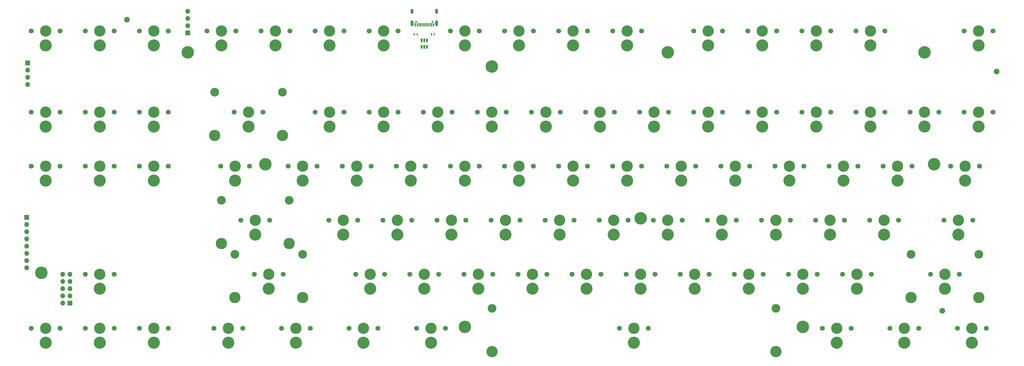
<source format=gbs>
%TF.GenerationSoftware,KiCad,Pcbnew,(7.0.0)*%
%TF.CreationDate,2023-06-19T20:50:28+08:00*%
%TF.ProjectId,87keyboard,38376b65-7962-46f6-9172-642e6b696361,rev?*%
%TF.SameCoordinates,Original*%
%TF.FileFunction,Soldermask,Bot*%
%TF.FilePolarity,Negative*%
%FSLAX46Y46*%
G04 Gerber Fmt 4.6, Leading zero omitted, Abs format (unit mm)*
G04 Created by KiCad (PCBNEW (7.0.0)) date 2023-06-19 20:50:28*
%MOMM*%
%LPD*%
G01*
G04 APERTURE LIST*
G04 Aperture macros list*
%AMRoundRect*
0 Rectangle with rounded corners*
0 $1 Rounding radius*
0 $2 $3 $4 $5 $6 $7 $8 $9 X,Y pos of 4 corners*
0 Add a 4 corners polygon primitive as box body*
4,1,4,$2,$3,$4,$5,$6,$7,$8,$9,$2,$3,0*
0 Add four circle primitives for the rounded corners*
1,1,$1+$1,$2,$3*
1,1,$1+$1,$4,$5*
1,1,$1+$1,$6,$7*
1,1,$1+$1,$8,$9*
0 Add four rect primitives between the rounded corners*
20,1,$1+$1,$2,$3,$4,$5,0*
20,1,$1+$1,$4,$5,$6,$7,0*
20,1,$1+$1,$6,$7,$8,$9,0*
20,1,$1+$1,$8,$9,$2,$3,0*%
G04 Aperture macros list end*
%ADD10C,4.400000*%
%ADD11R,1.700000X1.700000*%
%ADD12O,1.700000X1.700000*%
%ADD13C,1.750000*%
%ADD14C,4.250000*%
%ADD15C,3.987800*%
%ADD16C,2.000000*%
%ADD17RoundRect,0.135000X-0.135000X-0.185000X0.135000X-0.185000X0.135000X0.185000X-0.135000X0.185000X0*%
%ADD18C,0.650000*%
%ADD19R,0.600000X1.150000*%
%ADD20R,0.300000X1.150000*%
%ADD21O,1.000000X1.800000*%
%ADD22O,1.000000X2.100000*%
%ADD23C,3.048000*%
%ADD24RoundRect,0.150000X0.150000X-0.512500X0.150000X0.512500X-0.150000X0.512500X-0.150000X-0.512500X0*%
%ADD25RoundRect,0.135000X0.135000X0.185000X-0.135000X0.185000X-0.135000X-0.185000X0.135000X-0.185000X0*%
G04 APERTURE END LIST*
D10*
%TO.C,H4*%
X169227500Y-125840000D03*
%TD*%
%TO.C,H5*%
X288290000Y-125840000D03*
%TD*%
%TO.C,H1*%
X334527500Y-68540000D03*
%TD*%
%TO.C,H7*%
X331152500Y-29115000D03*
%TD*%
%TO.C,H8*%
X240665000Y-29115000D03*
%TD*%
D11*
%TO.C,J4*%
X71596249Y-22214999D03*
D12*
X71596249Y-19674999D03*
X71596249Y-17134999D03*
X71596249Y-14594999D03*
%TD*%
D10*
%TO.C,H9*%
X71596250Y-29115000D03*
%TD*%
%TO.C,H6*%
X20065000Y-106840000D03*
%TD*%
%TO.C,H3*%
X231140000Y-87640000D03*
%TD*%
%TO.C,H10*%
X178752500Y-34115000D03*
%TD*%
%TO.C,H2*%
X98927500Y-68540000D03*
%TD*%
D11*
%TO.C,J2*%
X15239999Y-32861249D03*
D12*
X15239999Y-35401249D03*
X15239999Y-37941249D03*
X15239999Y-40481249D03*
%TD*%
D11*
%TO.C,J3*%
X14922499Y-87312499D03*
D12*
X14922499Y-89852499D03*
X14922499Y-92392499D03*
X14922499Y-94932499D03*
X14922499Y-97472499D03*
X14922499Y-100012499D03*
X14922499Y-102552499D03*
X14922499Y-105092499D03*
%TD*%
D11*
%TO.C,X1*%
X30162499Y-117474999D03*
D12*
X27622499Y-117474999D03*
X30162499Y-114934999D03*
X27622499Y-114934999D03*
X30162499Y-112394999D03*
X27622499Y-112394999D03*
X30162499Y-109854999D03*
X27622499Y-109854999D03*
X30162499Y-107314999D03*
X27622499Y-107314999D03*
%TD*%
D13*
%TO.C,MX66*%
X107632500Y-21590000D03*
D14*
X102552500Y-26670000D03*
D15*
X102552500Y-21590000D03*
D13*
X97472500Y-21590000D03*
%TD*%
%TO.C,MX3*%
X350520000Y-69215000D03*
D14*
X345440000Y-74295000D03*
D15*
X345440000Y-69215000D03*
D13*
X340360000Y-69215000D03*
%TD*%
%TO.C,MX79*%
X45720000Y-21590000D03*
D14*
X40640000Y-26670000D03*
D15*
X40640000Y-21590000D03*
D13*
X35560000Y-21590000D03*
%TD*%
%TO.C,MX63*%
X131445000Y-88265000D03*
D14*
X126365000Y-93345000D03*
D15*
X126365000Y-88265000D03*
D13*
X121285000Y-88265000D03*
%TD*%
%TO.C,MX8*%
X326707500Y-69215000D03*
D14*
X321627500Y-74295000D03*
D15*
X321627500Y-69215000D03*
D13*
X316547500Y-69215000D03*
%TD*%
%TO.C,MX68*%
X117157500Y-69215000D03*
D14*
X112077500Y-74295000D03*
D15*
X112077500Y-69215000D03*
D13*
X106997500Y-69215000D03*
%TD*%
%TO.C,MX84*%
X26670000Y-21590000D03*
D14*
X21590000Y-26670000D03*
D15*
X21590000Y-21590000D03*
D13*
X16510000Y-21590000D03*
%TD*%
D16*
%TO.C,FID5*%
X356552500Y-35877500D03*
%TD*%
D13*
%TO.C,MX19*%
X288607500Y-69215000D03*
D14*
X283527500Y-74295000D03*
D15*
X283527500Y-69215000D03*
D13*
X278447500Y-69215000D03*
%TD*%
D17*
%TO.C,R1*%
X151412807Y-22748528D03*
X152432807Y-22748528D03*
%TD*%
D13*
%TO.C,MX4*%
X348138750Y-88265000D03*
D14*
X343058750Y-93345000D03*
D15*
X343058750Y-88265000D03*
D13*
X337978750Y-88265000D03*
%TD*%
%TO.C,MX45*%
X193357500Y-69215000D03*
D14*
X188277500Y-74295000D03*
D15*
X188277500Y-69215000D03*
D13*
X183197500Y-69215000D03*
%TD*%
%TO.C,MX27*%
X260032500Y-21590000D03*
D14*
X254952500Y-26670000D03*
D15*
X254952500Y-21590000D03*
D13*
X249872500Y-21590000D03*
%TD*%
%TO.C,MX75*%
X64770000Y-21590000D03*
D14*
X59690000Y-26670000D03*
D15*
X59690000Y-21590000D03*
D13*
X54610000Y-21590000D03*
%TD*%
%TO.C,MX33*%
X231457500Y-21590000D03*
D14*
X226377500Y-26670000D03*
D15*
X226377500Y-21590000D03*
D13*
X221297500Y-21590000D03*
%TD*%
%TO.C,MX23*%
X279082500Y-50165000D03*
D14*
X274002500Y-55245000D03*
D15*
X274002500Y-50165000D03*
D13*
X268922500Y-50165000D03*
%TD*%
%TO.C,MX52*%
X179070000Y-107315000D03*
D14*
X173990000Y-112395000D03*
D15*
X173990000Y-107315000D03*
D13*
X168910000Y-107315000D03*
%TD*%
%TO.C,MX30*%
X245745000Y-88265000D03*
D14*
X240665000Y-93345000D03*
D15*
X240665000Y-88265000D03*
D13*
X235585000Y-88265000D03*
%TD*%
%TO.C,MX42*%
X217170000Y-107315000D03*
D14*
X212090000Y-112395000D03*
D15*
X212090000Y-107315000D03*
D13*
X207010000Y-107315000D03*
%TD*%
D18*
%TO.C,J1*%
X152049998Y-18321250D03*
X157829998Y-18321250D03*
D19*
X151739997Y-19396249D03*
X152539997Y-19396249D03*
D20*
X153689997Y-19396249D03*
X154689997Y-19396249D03*
X155189997Y-19396249D03*
X156189997Y-19396249D03*
D19*
X157339997Y-19396249D03*
X158139997Y-19396249D03*
X158139997Y-19396249D03*
X157339997Y-19396249D03*
D20*
X156689997Y-19396249D03*
X155689997Y-19396249D03*
X154189997Y-19396249D03*
X153189997Y-19396249D03*
D19*
X152539997Y-19396249D03*
X151739997Y-19396249D03*
D21*
X150619997Y-14641249D03*
D22*
X150619997Y-18821249D03*
D21*
X159259997Y-14641249D03*
D22*
X159259997Y-18821249D03*
%TD*%
D13*
%TO.C,MX16*%
X305276250Y-126365000D03*
D14*
X300196250Y-131445000D03*
D15*
X300196250Y-126365000D03*
D13*
X295116250Y-126365000D03*
%TD*%
%TO.C,MX64*%
X140970000Y-107315000D03*
D14*
X135890000Y-112395000D03*
D15*
X135890000Y-107315000D03*
D13*
X130810000Y-107315000D03*
%TD*%
%TO.C,MX87*%
X26670000Y-126365000D03*
D14*
X21590000Y-131445000D03*
D15*
X21590000Y-126365000D03*
D13*
X16510000Y-126365000D03*
%TD*%
%TO.C,MX44*%
X202882500Y-50165000D03*
D14*
X197802500Y-55245000D03*
D15*
X197802500Y-50165000D03*
D13*
X192722500Y-50165000D03*
%TD*%
%TO.C,MX38*%
X212407500Y-21590000D03*
D14*
X207327500Y-26670000D03*
D15*
X207327500Y-21590000D03*
D13*
X202247500Y-21590000D03*
%TD*%
%TO.C,MX35*%
X231457500Y-69215000D03*
D14*
X226377500Y-74295000D03*
D15*
X226377500Y-69215000D03*
D13*
X221297500Y-69215000D03*
%TD*%
%TO.C,MX14*%
X302895000Y-88265000D03*
D14*
X297815000Y-93345000D03*
D15*
X297815000Y-88265000D03*
D13*
X292735000Y-88265000D03*
%TD*%
%TO.C,MX82*%
X45720000Y-107315000D03*
D14*
X40640000Y-112395000D03*
D15*
X40640000Y-107315000D03*
D13*
X35560000Y-107315000D03*
%TD*%
D15*
%TO.C,MX5*%
X350234250Y-115570000D03*
D23*
X350234250Y-100330000D03*
D13*
X343376250Y-107315000D03*
D14*
X338296250Y-112395000D03*
D15*
X338296250Y-107315000D03*
D13*
X333216250Y-107315000D03*
D15*
X326358250Y-115570000D03*
D23*
X326358250Y-100330000D03*
%TD*%
D13*
%TO.C,MX26*%
X274320000Y-107315000D03*
D14*
X269240000Y-112395000D03*
D15*
X269240000Y-107315000D03*
D13*
X264160000Y-107315000D03*
%TD*%
%TO.C,MX80*%
X45720000Y-50165000D03*
D14*
X40640000Y-55245000D03*
D15*
X40640000Y-50165000D03*
D13*
X35560000Y-50165000D03*
%TD*%
%TO.C,MX59*%
X138588750Y-126365000D03*
D14*
X133508750Y-131445000D03*
D15*
X133508750Y-126365000D03*
D13*
X128428750Y-126365000D03*
%TD*%
%TO.C,MX48*%
X174307500Y-21590000D03*
D14*
X169227500Y-26670000D03*
D15*
X169227500Y-21590000D03*
D13*
X164147500Y-21590000D03*
%TD*%
%TO.C,MX46*%
X188595000Y-88265000D03*
D14*
X183515000Y-93345000D03*
D15*
X183515000Y-88265000D03*
D13*
X178435000Y-88265000D03*
%TD*%
%TO.C,MX71*%
X93345000Y-69215000D03*
D14*
X88265000Y-74295000D03*
D15*
X88265000Y-69215000D03*
D13*
X83185000Y-69215000D03*
%TD*%
%TO.C,MX22*%
X279082500Y-21590000D03*
D14*
X274002500Y-26670000D03*
D15*
X274002500Y-21590000D03*
D13*
X268922500Y-21590000D03*
%TD*%
%TO.C,MX39*%
X221932500Y-50165000D03*
D14*
X216852500Y-55245000D03*
D15*
X216852500Y-50165000D03*
D13*
X211772500Y-50165000D03*
%TD*%
D24*
%TO.C,U2*%
X155890000Y-27172500D03*
X154940000Y-27172500D03*
X153990000Y-27172500D03*
X153990000Y-24897500D03*
X154940000Y-24897500D03*
X155890000Y-24897500D03*
%TD*%
D13*
%TO.C,MX11*%
X317182500Y-21590000D03*
D14*
X312102500Y-26670000D03*
D15*
X312102500Y-21590000D03*
D13*
X307022500Y-21590000D03*
%TD*%
%TO.C,MX25*%
X264795000Y-88265000D03*
D14*
X259715000Y-93345000D03*
D15*
X259715000Y-88265000D03*
D13*
X254635000Y-88265000D03*
%TD*%
%TO.C,MX6*%
X352901250Y-126365000D03*
D14*
X347821250Y-131445000D03*
D15*
X347821250Y-126365000D03*
D13*
X342741250Y-126365000D03*
%TD*%
%TO.C,MX31*%
X255270000Y-107315000D03*
D14*
X250190000Y-112395000D03*
D15*
X250190000Y-107315000D03*
D13*
X245110000Y-107315000D03*
%TD*%
%TO.C,MX37*%
X236220000Y-107315000D03*
D14*
X231140000Y-112395000D03*
D15*
X231140000Y-107315000D03*
D13*
X226060000Y-107315000D03*
%TD*%
%TO.C,MX40*%
X212407500Y-69215000D03*
D14*
X207327500Y-74295000D03*
D15*
X207327500Y-69215000D03*
D13*
X202247500Y-69215000D03*
%TD*%
%TO.C,MX9*%
X321945000Y-88265000D03*
D14*
X316865000Y-93345000D03*
D15*
X316865000Y-88265000D03*
D13*
X311785000Y-88265000D03*
%TD*%
D16*
%TO.C,FID4*%
X50165000Y-17621250D03*
%TD*%
D13*
%TO.C,MX81*%
X45720000Y-69215000D03*
D14*
X40640000Y-74295000D03*
D15*
X40640000Y-69215000D03*
D13*
X35560000Y-69215000D03*
%TD*%
D15*
%TO.C,MX72*%
X107346750Y-96513050D03*
D23*
X107346750Y-81273050D03*
D13*
X100488750Y-88258050D03*
D14*
X95408750Y-93338050D03*
D15*
X95408750Y-88258050D03*
D13*
X90328750Y-88258050D03*
D15*
X83470750Y-96513050D03*
D23*
X83470750Y-81273050D03*
%TD*%
D13*
%TO.C,MX13*%
X307657500Y-69215000D03*
D14*
X302577500Y-74295000D03*
D15*
X302577500Y-69215000D03*
D13*
X297497500Y-69215000D03*
%TD*%
%TO.C,MX60*%
X126682500Y-21590000D03*
D14*
X121602500Y-26670000D03*
D15*
X121602500Y-21590000D03*
D13*
X116522500Y-21590000D03*
%TD*%
%TO.C,MX77*%
X64770000Y-69215000D03*
D14*
X59690000Y-74295000D03*
D15*
X59690000Y-69215000D03*
D13*
X54610000Y-69215000D03*
%TD*%
%TO.C,MX58*%
X160020000Y-107315000D03*
D14*
X154940000Y-112395000D03*
D15*
X154940000Y-107315000D03*
D13*
X149860000Y-107315000D03*
%TD*%
%TO.C,MX56*%
X155257500Y-69215000D03*
D14*
X150177500Y-74295000D03*
D15*
X150177500Y-69215000D03*
D13*
X145097500Y-69215000D03*
%TD*%
%TO.C,MX36*%
X226695000Y-88265000D03*
D14*
X221615000Y-93345000D03*
D15*
X221615000Y-88265000D03*
D13*
X216535000Y-88265000D03*
%TD*%
D15*
%TO.C,MX73*%
X112109250Y-115570000D03*
D23*
X112109250Y-100330000D03*
D13*
X105251250Y-107315000D03*
D14*
X100171250Y-112395000D03*
D15*
X100171250Y-107315000D03*
D13*
X95091250Y-107315000D03*
D15*
X88233250Y-115570000D03*
D23*
X88233250Y-100330000D03*
%TD*%
D13*
%TO.C,MX54*%
X145732500Y-21590000D03*
D14*
X140652500Y-26670000D03*
D15*
X140652500Y-21590000D03*
D13*
X135572500Y-21590000D03*
%TD*%
%TO.C,MX74*%
X90963750Y-126365000D03*
D14*
X85883750Y-131445000D03*
D15*
X85883750Y-126365000D03*
D13*
X80803750Y-126365000D03*
%TD*%
%TO.C,MX2*%
X355282500Y-50165000D03*
D14*
X350202500Y-55245000D03*
D15*
X350202500Y-50165000D03*
D13*
X345122500Y-50165000D03*
%TD*%
D25*
%TO.C,R2*%
X158484107Y-22758784D03*
X157464107Y-22758784D03*
%TD*%
D13*
%TO.C,MX49*%
X183832500Y-50165000D03*
D14*
X178752500Y-55245000D03*
D15*
X178752500Y-50165000D03*
D13*
X173672500Y-50165000D03*
%TD*%
%TO.C,MX10*%
X329088750Y-126365000D03*
D14*
X324008750Y-131445000D03*
D15*
X324008750Y-126365000D03*
D13*
X318928750Y-126365000D03*
%TD*%
%TO.C,MX34*%
X240982500Y-50165000D03*
D14*
X235902500Y-55245000D03*
D15*
X235902500Y-50165000D03*
D13*
X230822500Y-50165000D03*
%TD*%
%TO.C,MX85*%
X26670000Y-50165000D03*
D14*
X21590000Y-55245000D03*
D15*
X21590000Y-50165000D03*
D13*
X16510000Y-50165000D03*
%TD*%
D15*
%TO.C,MX32*%
X278758650Y-134613050D03*
D23*
X278758650Y-119373050D03*
D13*
X233838750Y-126358050D03*
D14*
X228758750Y-131438050D03*
D15*
X228758750Y-126358050D03*
D13*
X223678750Y-126358050D03*
D15*
X178758850Y-134613050D03*
D23*
X178758850Y-119373050D03*
%TD*%
D13*
%TO.C,MX43*%
X193357500Y-21590000D03*
D14*
X188277500Y-26670000D03*
D15*
X188277500Y-21590000D03*
D13*
X183197500Y-21590000D03*
%TD*%
%TO.C,MX21*%
X293370000Y-107315000D03*
D14*
X288290000Y-112395000D03*
D15*
X288290000Y-107315000D03*
D13*
X283210000Y-107315000D03*
%TD*%
%TO.C,MX15*%
X312420000Y-107315000D03*
D14*
X307340000Y-112395000D03*
D15*
X307340000Y-107315000D03*
D13*
X302260000Y-107315000D03*
%TD*%
%TO.C,MX18*%
X298132500Y-50165000D03*
D14*
X293052500Y-55245000D03*
D15*
X293052500Y-50165000D03*
D13*
X287972500Y-50165000D03*
%TD*%
%TO.C,MX17*%
X298132500Y-21590000D03*
D14*
X293052500Y-26670000D03*
D15*
X293052500Y-21590000D03*
D13*
X287972500Y-21590000D03*
%TD*%
%TO.C,MX41*%
X207645000Y-88265000D03*
D14*
X202565000Y-93345000D03*
D15*
X202565000Y-88265000D03*
D13*
X197485000Y-88265000D03*
%TD*%
%TO.C,MX69*%
X88582500Y-21590000D03*
D14*
X83502500Y-26670000D03*
D15*
X83502500Y-21590000D03*
D13*
X78422500Y-21590000D03*
%TD*%
%TO.C,MX76*%
X64770000Y-50165000D03*
D14*
X59690000Y-55245000D03*
D15*
X59690000Y-50165000D03*
D13*
X54610000Y-50165000D03*
%TD*%
%TO.C,MX78*%
X64770000Y-126365000D03*
D14*
X59690000Y-131445000D03*
D15*
X59690000Y-126365000D03*
D13*
X54610000Y-126365000D03*
%TD*%
%TO.C,MX65*%
X114776250Y-126365000D03*
D14*
X109696250Y-131445000D03*
D15*
X109696250Y-126365000D03*
D13*
X104616250Y-126365000D03*
%TD*%
%TO.C,MX7*%
X336232500Y-50165000D03*
D14*
X331152500Y-55245000D03*
D15*
X331152500Y-50165000D03*
D13*
X326072500Y-50165000D03*
%TD*%
D15*
%TO.C,MX70*%
X104965500Y-58420000D03*
D23*
X104965500Y-43180000D03*
D13*
X98107500Y-50165000D03*
D14*
X93027500Y-55245000D03*
D15*
X93027500Y-50165000D03*
D13*
X87947500Y-50165000D03*
D15*
X81089500Y-58420000D03*
D23*
X81089500Y-43180000D03*
%TD*%
D13*
%TO.C,MX50*%
X174307500Y-69215000D03*
D14*
X169227500Y-74295000D03*
D15*
X169227500Y-69215000D03*
D13*
X164147500Y-69215000D03*
%TD*%
%TO.C,MX61*%
X145732500Y-50165000D03*
D14*
X140652500Y-55245000D03*
D15*
X140652500Y-50165000D03*
D13*
X135572500Y-50165000D03*
%TD*%
%TO.C,MX53*%
X162401250Y-126365000D03*
D14*
X157321250Y-131445000D03*
D15*
X157321250Y-126365000D03*
D13*
X152241250Y-126365000D03*
%TD*%
%TO.C,MX20*%
X283845000Y-88265000D03*
D14*
X278765000Y-93345000D03*
D15*
X278765000Y-88265000D03*
D13*
X273685000Y-88265000D03*
%TD*%
D16*
%TO.C,FID6*%
X337343750Y-120173750D03*
%TD*%
D13*
%TO.C,MX57*%
X150495000Y-88265000D03*
D14*
X145415000Y-93345000D03*
D15*
X145415000Y-88265000D03*
D13*
X140335000Y-88265000D03*
%TD*%
%TO.C,MX12*%
X317182500Y-50165000D03*
D14*
X312102500Y-55245000D03*
D15*
X312102500Y-50165000D03*
D13*
X307022500Y-50165000D03*
%TD*%
%TO.C,MX47*%
X198120000Y-107315000D03*
D14*
X193040000Y-112395000D03*
D15*
X193040000Y-107315000D03*
D13*
X187960000Y-107315000D03*
%TD*%
%TO.C,MX55*%
X164782500Y-50165000D03*
D14*
X159702500Y-55245000D03*
D15*
X159702500Y-50165000D03*
D13*
X154622500Y-50165000D03*
%TD*%
%TO.C,MX86*%
X26670000Y-69215000D03*
D14*
X21590000Y-74295000D03*
D15*
X21590000Y-69215000D03*
D13*
X16510000Y-69215000D03*
%TD*%
%TO.C,MX83*%
X45720000Y-126365000D03*
D14*
X40640000Y-131445000D03*
D15*
X40640000Y-126365000D03*
D13*
X35560000Y-126365000D03*
%TD*%
%TO.C,MX1*%
X355282500Y-21590000D03*
D14*
X350202500Y-26670000D03*
D15*
X350202500Y-21590000D03*
D13*
X345122500Y-21590000D03*
%TD*%
%TO.C,MX29*%
X250507500Y-69215000D03*
D14*
X245427500Y-74295000D03*
D15*
X245427500Y-69215000D03*
D13*
X240347500Y-69215000D03*
%TD*%
%TO.C,MX28*%
X260032500Y-50165000D03*
D14*
X254952500Y-55245000D03*
D15*
X254952500Y-50165000D03*
D13*
X249872500Y-50165000D03*
%TD*%
%TO.C,MX62*%
X136207500Y-69215000D03*
D14*
X131127500Y-74295000D03*
D15*
X131127500Y-69215000D03*
D13*
X126047500Y-69215000D03*
%TD*%
%TO.C,MX51*%
X169545000Y-88265000D03*
D14*
X164465000Y-93345000D03*
D15*
X164465000Y-88265000D03*
D13*
X159385000Y-88265000D03*
%TD*%
%TO.C,MX24*%
X269557500Y-69215000D03*
D14*
X264477500Y-74295000D03*
D15*
X264477500Y-69215000D03*
D13*
X259397500Y-69215000D03*
%TD*%
%TO.C,MX67*%
X126682500Y-50165000D03*
D14*
X121602500Y-55245000D03*
D15*
X121602500Y-50165000D03*
D13*
X116522500Y-50165000D03*
%TD*%
M02*

</source>
